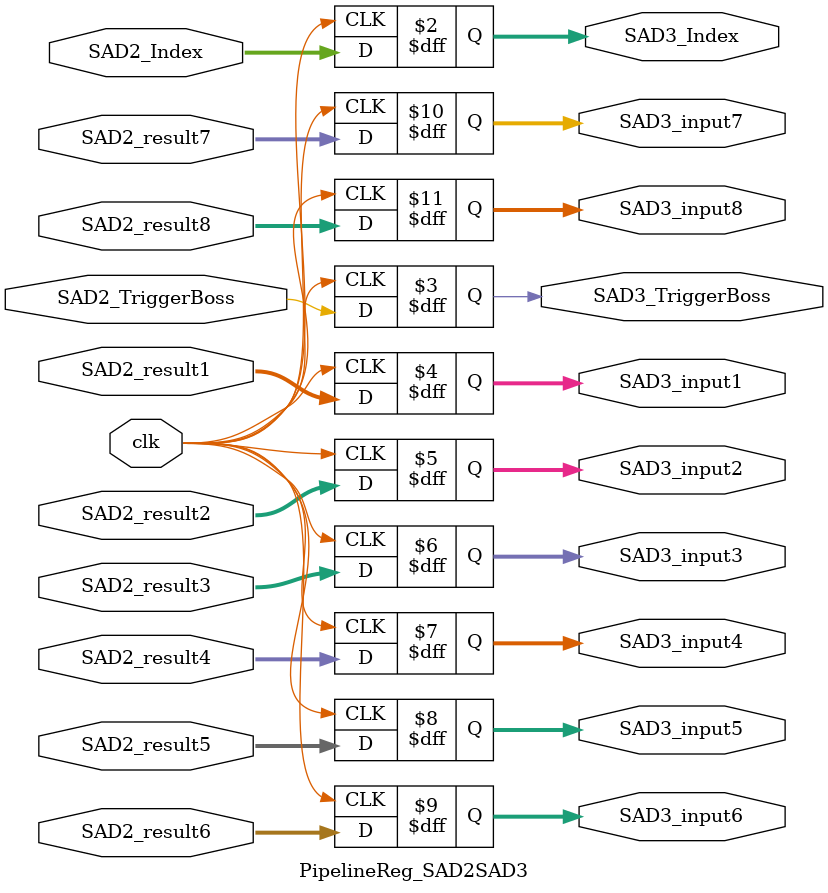
<source format=v>
`timescale 1ns / 1ps

module PipelineReg_SAD2SAD3(
    input clk,
    input SAD2_TriggerBoss,
    input [15:0] SAD2_Index,
    input [13:0] SAD2_result1,
    input [13:0] SAD2_result2,
    input [13:0] SAD2_result3,
    input [13:0] SAD2_result4,
    input [13:0] SAD2_result5,
    input [13:0] SAD2_result6,
    input [13:0] SAD2_result7,
    input [13:0] SAD2_result8,
    output reg [15:0] SAD3_Index,
    output reg SAD3_TriggerBoss,
    output reg [13:0] SAD3_input1,
    output reg [13:0] SAD3_input2,
    output reg [13:0] SAD3_input3,
    output reg [13:0] SAD3_input4,
    output reg [13:0] SAD3_input5,
    output reg [13:0] SAD3_input6,
    output reg [13:0] SAD3_input7,
    output reg [13:0] SAD3_input8
);

always @(posedge clk) begin
    SAD3_Index <= SAD2_Index;
    SAD3_TriggerBoss <= SAD2_TriggerBoss;
    SAD3_input1 <= SAD2_result1;
    SAD3_input2 <= SAD2_result2;
    SAD3_input3 <= SAD2_result3;
    SAD3_input4 <= SAD2_result4;
    SAD3_input5 <= SAD2_result5;
    SAD3_input6 <= SAD2_result6;
    SAD3_input7 <= SAD2_result7;
    SAD3_input8 <= SAD2_result8;
    
end

endmodule
</source>
